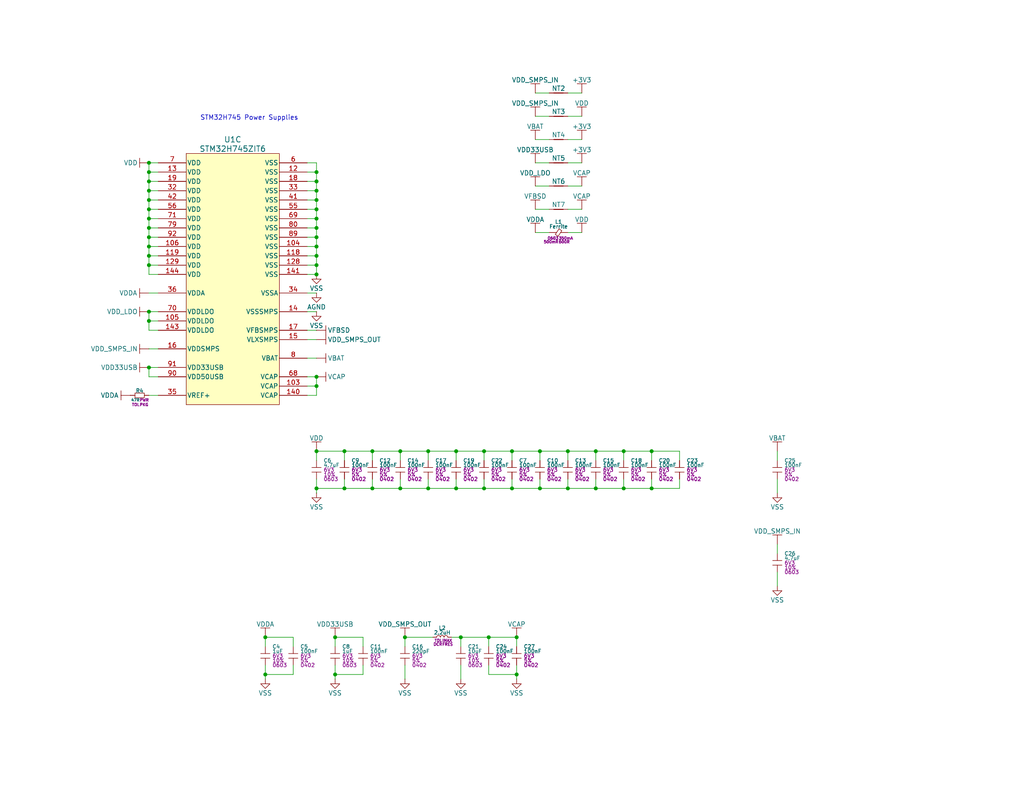
<source format=kicad_sch>
(kicad_sch (version 20250114) (generator "eeschema") (generator_version "9.0")
  (paper "USLetter")
  (title_block (title "STM32H745 Power Supplies") (date "2025-02-24") (rev "1") (comment 2 "PROTOTYPE") (comment 3 "2025"))
  (lib_symbols
    (symbol ".DS-Power:VBAT" (power) (pin_numbers (hide yes)) (pin_names (offset 0) (hide yes))
      (property "Value" "VBAT" (at 0 3.556 0))
      (symbol "VBAT_1_1"
        (pin power_in line (at 0 0 90) (length 0) (name "~") (number "1"))
      )
    )
    (symbol "DS-Passives:C" (pin_numbers (hide yes)) (pin_names (hide yes))
      (property "Reference" "C?" (at 1.905 2.54 0))
      (property "Value" "CAP" (at 1.905 1.27 0))
      (property "Tolerance" "TOL" (at 1.905 -1.27 0))
      (property "Voltage Rating" "VOLTAGE" (at 1.905 0 0))
      (property "Package" "PKG" (at 1.905 -2.54 0))
      (symbol "C_1_1"
        (pin passive line (at 0 2.54 270) (length 1.905) (name "") (number "1"))
        (pin passive line (at 0 -2.54 90) (length 1.905) (name "") (number "2"))
      )
    )
    (symbol "DS-Passives:Ferrite_horizontal" (pin_numbers (hide yes)) (pin_names (hide yes))
      (property "Reference" "L?" (at 0 2.921 0))
      (property "Value" "VAL" (at 0 1.651 0))
      (property "Package" "PKG" (at 0 -1.524 0))
      (property "Current Rating" "IMAX" (at 0 -1.524 0))
      (property "DC Resistance" "DCR" (at 0 -2.54 0))
      (property "Impedance" "IMP" (at 0 -2.54 0))
      (symbol "Ferrite_horizontal_1_0"
        (pin passive line (at -2.54 0 0) (length 1.9685) (name "") (number "1"))
        (pin passive line (at 2.54 0 180) (length 1.9685) (name "") (number "2"))
      )
    )
    (symbol "DS-Passives:L_horizontal" (pin_numbers (hide yes)) (pin_names (hide yes))
      (property "Reference" "L?" (at 0 2.54 0))
      (property "Value" "VAL" (at 0 1.27 0))
      (property "Tolerance" "TOL" (at 0 -0.889 0))
      (property "Current Rating" "IMAX" (at 0 -0.889 0))
      (property "DC Resistance" "DCR" (at 0 -1.905 0))
      (property "Resonant Frequency" "FRES" (at 0 -1.905 0))
      (symbol "L_horizontal_1_0"
        (pin passive line (at -2.54 0 0) (length 1.016) (name "") (number "1"))
        (pin passive line (at 2.54 0 180) (length 1.016) (name "") (number "2"))
      )
    )
    (symbol "DS-Passives:R_horizontal"
      (property "Reference" "R?" (at 0 1.27 0))
      (property "Value" "VAL" (at 0 -1.27 0))
      (property "Tolerance" "TOL" (at 0 -2.54 0))
      (property "Power Rating" "PWR" (at 0 -1.27 0))
      (property "Package" "PKG" (at 0 -2.54 0))
      (symbol "R_horizontal_1_1"
        (pin passive line (at -2.54 0 0) (length 1.27) (name "") (number "1"))
        (pin passive line (at 2.54 0 180) (length 1.27) (name "") (number "2"))
      )
    )
    (symbol "DS-Power:+3V3" (power) (pin_numbers (hide yes)) (pin_names (offset 0) (hide yes))
      (property "Value" "+3V3" (at 0 3.556 0))
      (symbol "+3V3_1_1"
        (pin power_in line (at 0 0 90) (length 0) (name "~") (number "1"))
      )
    )
    (symbol "DS-Power:AGND" (power) (pin_numbers (hide yes)) (pin_names (offset 0) (hide yes))
      (property "Value" "AGND" (at 0 -3.81 0))
      (symbol "AGND_1_1"
        (pin power_in line (at 0 0 270) (length 0) (name "~") (number "1"))
      )
    )
    (symbol "DS-Power:VBAT" (power) (pin_numbers (hide yes)) (pin_names (offset 0) (hide yes))
      (property "Value" "VBAT" (at 0 3.556 0))
      (symbol "VBAT_1_1"
        (pin power_in line (at 0 0 90) (length 0) (name "~") (number "1"))
      )
    )
    (symbol "DS-Power:VSS" (power) (pin_numbers (hide yes)) (pin_names (offset 0) (hide yes))
      (property "Value" "VSS" (at 0 -3.81 0))
      (symbol "VSS_1_1"
        (pin power_in line (at 0 0 270) (length 0) (name "~") (number "1"))
      )
    )
    (symbol "Device:NetTie_2" (pin_numbers (hide yes)) (pin_names (offset 0) (hide yes)) (in_bom no)
      (property "Reference" "NT" (at 0 1.27 0))
      (property "Value" "NetTie_2" (at 0 -1.27 0))
      (symbol "NetTie_2_1_1"
        (pin passive line (at -2.54 0 0) (length 2.54) (name "1") (number "1"))
        (pin passive line (at 2.54 0 180) (length 2.54) (name "2") (number "2"))
      )
    )
    (symbol "lib_pwr:VCAP" (power) (pin_numbers (hide yes)) (pin_names (offset 0) (hide yes))
      (property "Value" "VCAP" (at 0 3.556 0))
      (symbol "VCAP_1_1"
        (pin power_in line (at 0 0 90) (length 0) (name "~") (number "1"))
      )
    )
    (symbol "lib_pwr:VDD" (power) (pin_numbers (hide yes)) (pin_names (offset 0) (hide yes))
      (property "Value" "VDD" (at 0 3.556 0))
      (symbol "VDD_1_1"
        (pin power_in line (at 0 0 90) (length 0) (name "~") (number "1"))
      )
    )
    (symbol "lib_pwr:VDD33USB" (power) (pin_numbers (hide yes)) (pin_names (offset 0) (hide yes))
      (property "Value" "VDD33USB" (at 0 3.556 0))
      (symbol "VDD33USB_1_1"
        (pin power_in line (at 0 0 90) (length 0) (name "~") (number "1"))
      )
    )
    (symbol "lib_pwr:VDDA" (power) (pin_numbers (hide yes)) (pin_names (offset 0) (hide yes))
      (property "Value" "VDDA" (at 0 3.556 0))
      (symbol "VDDA_1_1"
        (pin power_in line (at 0 0 90) (length 0) (name "~") (number "1"))
      )
    )
    (symbol "lib_pwr:VDD_LDO" (power) (pin_numbers (hide yes)) (pin_names (offset 0) (hide yes))
      (property "Value" "VDD_LDO" (at 0 3.556 0))
      (symbol "VDD_LDO_1_1"
        (pin power_in line (at 0 0 90) (length 0) (name "~") (number "1"))
      )
    )
    (symbol "lib_pwr:VDD_SMPS_IN" (power) (pin_numbers (hide yes)) (pin_names (offset 0) (hide yes))
      (property "Value" "VDD_SMPS_IN" (at 0 3.556 0))
      (symbol "VDD_SMPS_IN_1_1"
        (pin power_in line (at 0 0 90) (length 0) (name "~") (number "1"))
      )
    )
    (symbol "lib_pwr:VDD_SMPS_OUT" (power) (pin_numbers (hide yes)) (pin_names (offset 0) (hide yes))
      (property "Value" "VDD_SMPS_OUT" (at 0 3.556 0))
      (symbol "VDD_SMPS_OUT_1_1"
        (pin power_in line (at 0 0 90) (length 0) (name "~") (number "1"))
      )
    )
    (symbol "lib_pwr:VFBSD" (power) (pin_numbers (hide yes)) (pin_names (offset 0) (hide yes))
      (property "Value" "VFBSD" (at 0 3.556 0))
      (symbol "VFBSD_1_1"
        (pin power_in line (at 0 0 90) (length 0) (name "~") (number "1"))
      )
    )
    (symbol "lib_sch:STM32H745ZIT6" (pin_names (offset 0.254))
      (property "Reference" "U" (at 0 63.5 0))
      (property "Value" "STM32H745ZIT6" (at -0.508 60.96 0))
      (symbol "STM32H745ZIT6_1_1"
        (pin bidirectional line (at -20.32 40.64 0) (length 7.62) (name "PA0") (number "37"))
        (pin bidirectional line (at -20.32 38.1 0) (length 7.62) (name "PA1") (number "38"))
        (pin bidirectional line (at -20.32 35.56 0) (length 7.62) (name "PA2") (number "39"))
        (pin bidirectional line (at -20.32 33.02 0) (length 7.62) (name "PA3") (number "40"))
        (pin bidirectional line (at -20.32 30.48 0) (length 7.62) (name "PA4") (number "43"))
        (pin bidirectional line (at -20.32 27.94 0) (length 7.62) (name "PA5") (number "44"))
        (pin bidirectional line (at -20.32 25.4 0) (length 7.62) (name "PA6") (number "45"))
        (pin bidirectional line (at -20.32 22.86 0) (length 7.62) (name "PA7") (number "46"))
        (pin bidirectional line (at -20.32 20.32 0) (length 7.62) (name "PA8") (number "97"))
        (pin bidirectional line (at -20.32 17.78 0) (length 7.62) (name "PA9") (number "98"))
        (pin bidirectional line (at -20.32 15.24 0) (length 7.62) (name "PA10") (number "99"))
        (pin bidirectional line (at -20.32 12.7 0) (length 7.62) (name "PA11") (number "100"))
        (pin bidirectional line (at -20.32 10.16 0) (length 7.62) (name "PA12") (number "101"))
        (pin bidirectional line (at -20.32 7.62 0) (length 7.62) (name "PA13") (number "102"))
        (pin bidirectional line (at -20.32 5.08 0) (length 7.62) (name "PA14") (number "107"))
        (pin bidirectional line (at -20.32 2.54 0) (length 7.62) (name "PA15") (number "108"))
        (pin bidirectional line (at -20.32 -2.54 0) (length 7.62) (name "PB0") (number "49"))
        (pin bidirectional line (at -20.32 -5.08 0) (length 7.62) (name "PB1") (number "50"))
        (pin bidirectional line (at -20.32 -7.62 0) (length 7.62) (name "PB2") (number "51"))
        (pin bidirectional line (at -20.32 -10.16 0) (length 7.62) (name "PB3") (number "130"))
        (pin bidirectional line (at -20.32 -12.7 0) (length 7.62) (name "PB4") (number "131"))
        (pin bidirectional line (at -20.32 -15.24 0) (length 7.62) (name "PB5") (number "132"))
        (pin bidirectional line (at -20.32 -17.78 0) (length 7.62) (name "PB6") (number "133"))
        (pin bidirectional line (at -20.32 -20.32 0) (length 7.62) (name "PB7") (number "134"))
        (pin bidirectional line (at -20.32 -22.86 0) (length 7.62) (name "PB8") (number "136"))
        (pin bidirectional line (at -20.32 -25.4 0) (length 7.62) (name "PB9") (number "137"))
        (pin bidirectional line (at -20.32 -27.94 0) (length 7.62) (name "PB10") (number "66"))
        (pin bidirectional line (at -20.32 -30.48 0) (length 7.62) (name "PB11") (number "67"))
        (pin bidirectional line (at -20.32 -33.02 0) (length 7.62) (name "PB12") (number "72"))
        (pin bidirectional line (at -20.32 -35.56 0) (length 7.62) (name "PB13") (number "73"))
        (pin bidirectional line (at -20.32 -38.1 0) (length 7.62) (name "PB14") (number "74"))
        (pin bidirectional line (at -20.32 -40.64 0) (length 7.62) (name "PB15") (number "75"))
        (pin bidirectional line (at 20.32 40.64 180) (length 7.62) (name "PC0") (number "28"))
        (pin bidirectional line (at 20.32 38.1 180) (length 7.62) (name "PC1") (number "29"))
        (pin bidirectional line (at 20.32 35.56 180) (length 7.62) (name "PC2_C") (number "30"))
        (pin bidirectional line (at 20.32 33.02 180) (length 7.62) (name "PC3_C") (number "31"))
        (pin bidirectional line (at 20.32 30.48 180) (length 7.62) (name "PC4") (number "47"))
        (pin bidirectional line (at 20.32 27.94 180) (length 7.62) (name "PC5") (number "48"))
        (pin bidirectional line (at 20.32 25.4 180) (length 7.62) (name "PC6") (number "93"))
        (pin bidirectional line (at 20.32 22.86 180) (length 7.62) (name "PC7") (number "94"))
        (pin bidirectional line (at 20.32 20.32 180) (length 7.62) (name "PC8") (number "95"))
        (pin bidirectional line (at 20.32 17.78 180) (length 7.62) (name "PC9") (number "96"))
        (pin bidirectional line (at 20.32 15.24 180) (length 7.62) (name "PC10") (number "109"))
        (pin bidirectional line (at 20.32 12.7 180) (length 7.62) (name "PC11") (number "110"))
        (pin bidirectional line (at 20.32 10.16 180) (length 7.62) (name "PC12") (number "111"))
        (pin bidirectional line (at 20.32 7.62 180) (length 7.62) (name "PC13") (number "9"))
        (pin bidirectional line (at 20.32 5.08 180) (length 7.62) (name "PC14-OSC32_IN") (number "10"))
        (pin bidirectional line (at 20.32 2.54 180) (length 7.62) (name "PC15-OSC32_OUT") (number "11"))
        (pin bidirectional line (at 20.32 -2.54 180) (length 7.62) (name "PD0") (number "112"))
        (pin bidirectional line (at 20.32 -5.08 180) (length 7.62) (name "PD1") (number "113"))
        (pin bidirectional line (at 20.32 -7.62 180) (length 7.62) (name "PD2") (number "114"))
        (pin bidirectional line (at 20.32 -10.16 180) (length 7.62) (name "PD3") (number "115"))
        (pin bidirectional line (at 20.32 -12.7 180) (length 7.62) (name "PD4") (number "116"))
        (pin bidirectional line (at 20.32 -15.24 180) (length 7.62) (name "PD5") (number "117"))
        (pin bidirectional line (at 20.32 -17.78 180) (length 7.62) (name "PD6") (number "120"))
        (pin bidirectional line (at 20.32 -20.32 180) (length 7.62) (name "PD7") (number "121"))
        (pin bidirectional line (at 20.32 -22.86 180) (length 7.62) (name "PD8") (number "76"))
        (pin bidirectional line (at 20.32 -25.4 180) (length 7.62) (name "PD9") (number "77"))
        (pin bidirectional line (at 20.32 -27.94 180) (length 7.62) (name "PD10") (number "78"))
        (pin bidirectional line (at 20.32 -30.48 180) (length 7.62) (name "PD11") (number "81"))
        (pin bidirectional line (at 20.32 -33.02 180) (length 7.62) (name "PD12") (number "82"))
        (pin bidirectional line (at 20.32 -35.56 180) (length 7.62) (name "PD13") (number "83"))
        (pin bidirectional line (at 20.32 -38.1 180) (length 7.62) (name "PD14") (number "84"))
        (pin bidirectional line (at 20.32 -40.64 180) (length 7.62) (name "PD15") (number "85"))
      )
      (symbol "STM32H745ZIT6_2_1"
        (pin bidirectional line (at -20.32 30.48 0) (length 7.62) (name "PE0") (number "138"))
        (pin bidirectional line (at -20.32 27.94 0) (length 7.62) (name "PE1") (number "139"))
        (pin bidirectional line (at -20.32 25.4 0) (length 7.62) (name "PE2") (number "1"))
        (pin bidirectional line (at -20.32 22.86 0) (length 7.62) (name "PE3") (number "2"))
        (pin bidirectional line (at -20.32 20.32 0) (length 7.62) (name "PE4") (number "3"))
        (pin bidirectional line (at -20.32 17.78 0) (length 7.62) (name "PE5") (number "4"))
        (pin bidirectional line (at -20.32 15.24 0) (length 7.62) (name "PE6") (number "5"))
        (pin bidirectional line (at -20.32 12.7 0) (length 7.62) (name "PE7") (number "57"))
        (pin bidirectional line (at -20.32 10.16 0) (length 7.62) (name "PE8") (number "58"))
        (pin bidirectional line (at -20.32 7.62 0) (length 7.62) (name "PE9") (number "59"))
        (pin bidirectional line (at -20.32 5.08 0) (length 7.62) (name "PE10") (number "60"))
        (pin bidirectional line (at -20.32 2.54 0) (length 7.62) (name "PE11") (number "61"))
        (pin bidirectional line (at -20.32 0 0) (length 7.62) (name "PE12") (number "62"))
        (pin bidirectional line (at -20.32 -2.54 0) (length 7.62) (name "PE13") (number "63"))
        (pin bidirectional line (at -20.32 -5.08 0) (length 7.62) (name "PE14") (number "64"))
        (pin bidirectional line (at -20.32 -7.62 0) (length 7.62) (name "PE15") (number "65"))
        (pin bidirectional line (at -20.32 -12.7 0) (length 7.62) (name "PF6") (number "20"))
        (pin bidirectional line (at -20.32 -15.24 0) (length 7.62) (name "PF7") (number "21"))
        (pin bidirectional line (at -20.32 -17.78 0) (length 7.62) (name "PF8") (number "22"))
        (pin bidirectional line (at -20.32 -20.32 0) (length 7.62) (name "PF9") (number "23"))
        (pin bidirectional line (at -20.32 -22.86 0) (length 7.62) (name "PF10") (number "24"))
        (pin bidirectional line (at -20.32 -25.4 0) (length 7.62) (name "PF11") (number "52"))
        (pin bidirectional line (at -20.32 -27.94 0) (length 7.62) (name "PF14") (number "53"))
        (pin bidirectional line (at -20.32 -30.48 0) (length 7.62) (name "PF15") (number "54"))
        (pin bidirectional line (at 20.32 30.48 180) (length 7.62) (name "PG6") (number "86"))
        (pin bidirectional line (at 20.32 27.94 180) (length 7.62) (name "PG7") (number "87"))
        (pin bidirectional line (at 20.32 25.4 180) (length 7.62) (name "PG8") (number "88"))
        (pin bidirectional line (at 20.32 22.86 180) (length 7.62) (name "PG9") (number "122"))
        (pin bidirectional line (at 20.32 20.32 180) (length 7.62) (name "PG10") (number "123"))
        (pin bidirectional line (at 20.32 17.78 180) (length 7.62) (name "PG11") (number "124"))
        (pin bidirectional line (at 20.32 15.24 180) (length 7.62) (name "PG12") (number "125"))
        (pin bidirectional line (at 20.32 12.7 180) (length 7.62) (name "PG13") (number "126"))
        (pin bidirectional line (at 20.32 10.16 180) (length 7.62) (name "PG14") (number "127"))
        (pin bidirectional line (at 20.32 5.08 180) (length 7.62) (name "PH0-OSC_IN") (number "25"))
        (pin bidirectional line (at 20.32 2.54 180) (length 7.62) (name "PH1-OSC_OUT") (number "26"))
        (pin bidirectional line (at 20.32 -20.32 180) (length 7.62) (name "NRST") (number "27"))
        (pin input line (at 20.32 -25.4 180) (length 7.62) (name "BOOT0") (number "135"))
        (pin bidirectional line (at 20.32 -30.48 180) (length 7.62) (name "PDR_ON") (number "142"))
      )
      (symbol "STM32H745ZIT6_3_1"
        (pin power_in line (at -20.32 31.75 0) (length 7.62) (name "VDD") (number "7"))
        (pin power_in line (at -20.32 29.21 0) (length 7.62) (name "VDD") (number "13"))
        (pin power_in line (at -20.32 26.67 0) (length 7.62) (name "VDD") (number "19"))
        (pin power_in line (at -20.32 24.13 0) (length 7.62) (name "VDD") (number "32"))
        (pin power_in line (at -20.32 21.59 0) (length 7.62) (name "VDD") (number "42"))
        (pin power_in line (at -20.32 19.05 0) (length 7.62) (name "VDD") (number "56"))
        (pin power_in line (at -20.32 16.51 0) (length 7.62) (name "VDD") (number "71"))
        (pin power_in line (at -20.32 13.97 0) (length 7.62) (name "VDD") (number "79"))
        (pin power_in line (at -20.32 11.43 0) (length 7.62) (name "VDD") (number "92"))
        (pin power_in line (at -20.32 8.89 0) (length 7.62) (name "VDD") (number "106"))
        (pin power_in line (at -20.32 6.35 0) (length 7.62) (name "VDD") (number "119"))
        (pin power_in line (at -20.32 3.81 0) (length 7.62) (name "VDD") (number "129"))
        (pin power_in line (at -20.32 1.27 0) (length 7.62) (name "VDD") (number "144"))
        (pin power_in line (at -20.32 -3.81 0) (length 7.62) (name "VDDA") (number "36"))
        (pin power_in line (at -20.32 -8.89 0) (length 7.62) (name "VDDLDO") (number "70"))
        (pin power_in line (at -20.32 -11.43 0) (length 7.62) (name "VDDLDO") (number "105"))
        (pin power_in line (at -20.32 -13.97 0) (length 7.62) (name "VDDLDO") (number "143"))
        (pin power_in line (at -20.32 -19.05 0) (length 7.62) (name "VDDSMPS") (number "16"))
        (pin power_in line (at -20.32 -24.13 0) (length 7.62) (name "VDD33USB") (number "91"))
        (pin power_in line (at -20.32 -26.67 0) (length 7.62) (name "VDD50USB") (number "90"))
        (pin power_in line (at -20.32 -31.75 0) (length 7.62) (name "VREF+") (number "35"))
        (pin power_in line (at 20.32 31.75 180) (length 7.62) (name "VSS") (number "6"))
        (pin power_in line (at 20.32 29.21 180) (length 7.62) (name "VSS") (number "12"))
        (pin power_in line (at 20.32 26.67 180) (length 7.62) (name "VSS") (number "18"))
        (pin power_in line (at 20.32 24.13 180) (length 7.62) (name "VSS") (number "33"))
        (pin power_in line (at 20.32 21.59 180) (length 7.62) (name "VSS") (number "41"))
        (pin power_in line (at 20.32 19.05 180) (length 7.62) (name "VSS") (number "55"))
        (pin power_in line (at 20.32 16.51 180) (length 7.62) (name "VSS") (number "69"))
        (pin power_in line (at 20.32 13.97 180) (length 7.62) (name "VSS") (number "80"))
        (pin power_in line (at 20.32 11.43 180) (length 7.62) (name "VSS") (number "89"))
        (pin power_in line (at 20.32 8.89 180) (length 7.62) (name "VSS") (number "104"))
        (pin power_in line (at 20.32 6.35 180) (length 7.62) (name "VSS") (number "118"))
        (pin power_in line (at 20.32 3.81 180) (length 7.62) (name "VSS") (number "128"))
        (pin power_in line (at 20.32 1.27 180) (length 7.62) (name "VSS") (number "141"))
        (pin power_in line (at 20.32 -3.81 180) (length 7.62) (name "VSSA") (number "34"))
        (pin power_in line (at 20.32 -8.89 180) (length 7.62) (name "VSSSMPS") (number "14"))
        (pin power_in line (at 20.32 -13.97 180) (length 7.62) (name "VFBSMPS") (number "17"))
        (pin power_in line (at 20.32 -16.51 180) (length 7.62) (name "VLXSMPS") (number "15"))
        (pin power_in line (at 20.32 -21.59 180) (length 7.62) (name "VBAT") (number "8"))
        (pin power_in line (at 20.32 -26.67 180) (length 7.62) (name "VCAP") (number "68"))
        (pin power_in line (at 20.32 -29.21 180) (length 7.62) (name "VCAP") (number "103"))
        (pin power_in line (at 20.32 -31.75 180) (length 7.62) (name "VCAP") (number "140"))
      )
    )
  )
  (text "STM32H745 Power Supplies" (at 54.61 33.02 0) (effects (font (size 1.27 1.27)) (justify left bottom)))
  (junction (at 124.46 123.19))
  (junction (at 154.94 123.19))
  (junction (at 93.98 133.35))
  (junction (at 147.32 133.35))
  (junction (at 40.64 100.33))
  (junction (at 93.98 123.19))
  (junction (at 101.6 133.35))
  (junction (at 40.64 46.99))
  (junction (at 116.84 123.19))
  (junction (at 132.08 133.35))
  (junction (at 109.22 133.35))
  (junction (at 133.35 173.99))
  (junction (at 40.64 67.31))
  (junction (at 124.46 133.35))
  (junction (at 139.7 133.35))
  (junction (at 86.36 105.41))
  (junction (at 116.84 133.35))
  (junction (at 40.64 54.61))
  (junction (at 162.56 133.35))
  (junction (at 86.36 54.61))
  (junction (at 91.44 184.15))
  (junction (at 86.36 52.07))
  (junction (at 86.36 133.35))
  (junction (at 132.08 123.19))
  (junction (at 40.64 49.53))
  (junction (at 91.44 173.99))
  (junction (at 86.36 67.31))
  (junction (at 154.94 133.35))
  (junction (at 86.36 74.93))
  (junction (at 170.18 123.19))
  (junction (at 177.8 123.19))
  (junction (at 139.7 123.19))
  (junction (at 40.64 69.85))
  (junction (at 86.36 123.19))
  (junction (at 101.6 123.19))
  (junction (at 109.22 123.19))
  (junction (at 72.39 184.15))
  (junction (at 86.36 69.85))
  (junction (at 86.36 102.87))
  (junction (at 147.32 123.19))
  (junction (at 86.36 64.77))
  (junction (at 40.64 85.09))
  (junction (at 40.64 57.15))
  (junction (at 40.64 44.45))
  (junction (at 125.73 173.99))
  (junction (at 40.64 64.77))
  (junction (at 40.64 72.39))
  (junction (at 40.64 62.23))
  (junction (at 162.56 123.19))
  (junction (at 86.36 46.99))
  (junction (at 72.39 173.99))
  (junction (at 86.36 59.69))
  (junction (at 86.36 62.23))
  (junction (at 110.49 173.99))
  (junction (at 177.8 133.35))
  (junction (at 170.18 133.35))
  (junction (at 40.64 52.07))
  (junction (at 86.36 72.39))
  (junction (at 40.64 87.63))
  (junction (at 140.97 173.99))
  (junction (at 40.64 59.69))
  (junction (at 140.97 184.15))
  (junction (at 86.36 49.53))
  (junction (at 86.36 57.15))
  (wire (pts (xy 116.84 123.19) (xy 124.46 123.19)))
  (wire (pts (xy 133.35 181.61) (xy 133.35 184.15)))
  (wire (pts (xy 40.64 46.99) (xy 40.64 44.45)))
  (wire (pts (xy 40.64 72.39) (xy 40.64 74.93)))
  (wire (pts (xy 80.01 181.61) (xy 80.01 184.15)))
  (wire (pts (xy 124.46 130.81) (xy 124.46 133.35)))
  (wire (pts (xy 40.64 64.77) (xy 43.18 64.77)))
  (wire (pts (xy 177.8 130.81) (xy 177.8 133.35)))
  (wire (pts (xy 86.36 72.39) (xy 86.36 74.93)))
  (wire (pts (xy 154.94 130.81) (xy 154.94 133.35)))
  (wire (pts (xy 133.35 184.15) (xy 140.97 184.15)))
  (wire (pts (xy 40.64 62.23) (xy 40.64 59.69)))
  (wire (pts (xy 170.18 133.35) (xy 162.56 133.35)))
  (wire (pts (xy 40.64 54.61) (xy 40.64 52.07)))
  (wire (pts (xy 146.05 31.75) (xy 149.86 31.75)))
  (wire (pts (xy 40.64 69.85) (xy 43.18 69.85)))
  (wire (pts (xy 124.46 123.19) (xy 132.08 123.19)))
  (wire (pts (xy 40.64 80.01) (xy 43.18 80.01)))
  (wire (pts (xy 86.36 57.15) (xy 86.36 59.69)))
  (wire (pts (xy 40.64 69.85) (xy 40.64 67.31)))
  (wire (pts (xy 43.18 54.61) (xy 40.64 54.61)))
  (wire (pts (xy 133.35 173.99) (xy 133.35 176.53)))
  (wire (pts (xy 83.82 105.41) (xy 86.36 105.41)))
  (wire (pts (xy 72.39 184.15) (xy 72.39 181.61)))
  (wire (pts (xy 72.39 173.99) (xy 72.39 176.53)))
  (wire (pts (xy 86.36 67.31) (xy 86.36 69.85)))
  (wire (pts (xy 109.22 130.81) (xy 109.22 133.35)))
  (wire (pts (xy 40.64 59.69) (xy 40.64 57.15)))
  (wire (pts (xy 147.32 133.35) (xy 139.7 133.35)))
  (wire (pts (xy 154.94 50.8) (xy 158.75 50.8)))
  (wire (pts (xy 109.22 125.73) (xy 109.22 123.19)))
  (wire (pts (xy 147.32 130.81) (xy 147.32 133.35)))
  (wire (pts (xy 146.05 57.15) (xy 149.86 57.15)))
  (wire (pts (xy 99.06 176.53) (xy 99.06 173.99)))
  (wire (pts (xy 185.42 125.73) (xy 185.42 123.19)))
  (wire (pts (xy 185.42 130.81) (xy 185.42 133.35)))
  (wire (pts (xy 91.44 185.42) (xy 91.44 184.15)))
  (wire (pts (xy 91.44 184.15) (xy 91.44 181.61)))
  (wire (pts (xy 212.09 130.81) (xy 212.09 134.62)))
  (wire (pts (xy 83.82 85.09) (xy 86.36 85.09)))
  (wire (pts (xy 86.36 62.23) (xy 86.36 64.77)))
  (wire (pts (xy 139.7 123.19) (xy 147.32 123.19)))
  (wire (pts (xy 154.94 125.73) (xy 154.94 123.19)))
  (wire (pts (xy 86.36 133.35) (xy 86.36 134.62)))
  (wire (pts (xy 86.36 105.41) (xy 86.36 102.87)))
  (wire (pts (xy 83.82 67.31) (xy 86.36 67.31)))
  (wire (pts (xy 147.32 123.19) (xy 154.94 123.19)))
  (wire (pts (xy 83.82 62.23) (xy 86.36 62.23)))
  (wire (pts (xy 149.86 44.45) (xy 146.05 44.45)))
  (wire (pts (xy 154.94 63.5) (xy 158.75 63.5)))
  (wire (pts (xy 86.36 102.87) (xy 83.82 102.87)))
  (wire (pts (xy 43.18 90.17) (xy 40.64 90.17)))
  (wire (pts (xy 72.39 185.42) (xy 72.39 184.15)))
  (wire (pts (xy 80.01 184.15) (xy 72.39 184.15)))
  (wire (pts (xy 123.19 173.99) (xy 125.73 173.99)))
  (wire (pts (xy 40.64 49.53) (xy 40.64 46.99)))
  (wire (pts (xy 177.8 125.73) (xy 177.8 123.19)))
  (wire (pts (xy 40.64 85.09) (xy 43.18 85.09)))
  (wire (pts (xy 124.46 125.73) (xy 124.46 123.19)))
  (wire (pts (xy 154.94 57.15) (xy 158.75 57.15)))
  (wire (pts (xy 132.08 130.81) (xy 132.08 133.35)))
  (wire (pts (xy 83.82 44.45) (xy 86.36 44.45)))
  (wire (pts (xy 83.82 92.71) (xy 86.36 92.71)))
  (wire (pts (xy 162.56 123.19) (xy 170.18 123.19)))
  (wire (pts (xy 43.18 87.63) (xy 40.64 87.63)))
  (wire (pts (xy 86.36 46.99) (xy 86.36 49.53)))
  (wire (pts (xy 146.05 38.1) (xy 149.86 38.1)))
  (wire (pts (xy 132.08 133.35) (xy 124.46 133.35)))
  (wire (pts (xy 132.08 133.35) (xy 139.7 133.35)))
  (wire (pts (xy 212.09 148.59) (xy 212.09 151.13)))
  (wire (pts (xy 154.94 31.75) (xy 158.75 31.75)))
  (wire (pts (xy 109.22 133.35) (xy 101.6 133.35)))
  (wire (pts (xy 93.98 133.35) (xy 86.36 133.35)))
  (wire (pts (xy 83.82 54.61) (xy 86.36 54.61)))
  (wire (pts (xy 99.06 173.99) (xy 91.44 173.99)))
  (wire (pts (xy 86.36 107.95) (xy 86.36 105.41)))
  (wire (pts (xy 110.49 173.99) (xy 118.11 173.99)))
  (wire (pts (xy 133.35 173.99) (xy 140.97 173.99)))
  (wire (pts (xy 43.18 72.39) (xy 40.64 72.39)))
  (wire (pts (xy 43.18 46.99) (xy 40.64 46.99)))
  (wire (pts (xy 40.64 57.15) (xy 43.18 57.15)))
  (wire (pts (xy 83.82 72.39) (xy 86.36 72.39)))
  (wire (pts (xy 40.64 90.17) (xy 40.64 87.63)))
  (wire (pts (xy 40.64 62.23) (xy 43.18 62.23)))
  (wire (pts (xy 101.6 125.73) (xy 101.6 123.19)))
  (wire (pts (xy 40.64 87.63) (xy 40.64 85.09)))
  (wire (pts (xy 40.64 100.33) (xy 40.64 102.87)))
  (wire (pts (xy 110.49 181.61) (xy 110.49 185.42)))
  (wire (pts (xy 154.94 25.4) (xy 158.75 25.4)))
  (wire (pts (xy 99.06 181.61) (xy 99.06 184.15)))
  (wire (pts (xy 109.22 123.19) (xy 116.84 123.19)))
  (wire (pts (xy 86.36 44.45) (xy 86.36 46.99)))
  (wire (pts (xy 83.82 97.79) (xy 86.36 97.79)))
  (wire (pts (xy 40.64 57.15) (xy 40.64 54.61)))
  (wire (pts (xy 40.64 95.25) (xy 43.18 95.25)))
  (wire (pts (xy 86.36 130.81) (xy 86.36 133.35)))
  (wire (pts (xy 170.18 123.19) (xy 177.8 123.19)))
  (wire (pts (xy 101.6 123.19) (xy 109.22 123.19)))
  (wire (pts (xy 110.49 173.99) (xy 110.49 176.53)))
  (wire (pts (xy 154.94 133.35) (xy 147.32 133.35)))
  (wire (pts (xy 170.18 125.73) (xy 170.18 123.19)))
  (wire (pts (xy 140.97 184.15) (xy 140.97 185.42)))
  (wire (pts (xy 162.56 130.81) (xy 162.56 133.35)))
  (wire (pts (xy 158.75 44.45) (xy 154.94 44.45)))
  (wire (pts (xy 140.97 181.61) (xy 140.97 184.15)))
  (wire (pts (xy 83.82 107.95) (xy 86.36 107.95)))
  (wire (pts (xy 83.82 59.69) (xy 86.36 59.69)))
  (wire (pts (xy 125.73 181.61) (xy 125.73 185.42)))
  (wire (pts (xy 146.05 25.4) (xy 149.86 25.4)))
  (wire (pts (xy 43.18 74.93) (xy 40.64 74.93)))
  (wire (pts (xy 86.36 90.17) (xy 83.82 90.17)))
  (wire (pts (xy 40.64 52.07) (xy 40.64 49.53)))
  (wire (pts (xy 139.7 125.73) (xy 139.7 123.19)))
  (wire (pts (xy 83.82 74.93) (xy 86.36 74.93)))
  (wire (pts (xy 83.82 64.77) (xy 86.36 64.77)))
  (wire (pts (xy 40.64 69.85) (xy 40.64 72.39)))
  (wire (pts (xy 40.64 64.77) (xy 40.64 62.23)))
  (wire (pts (xy 40.64 107.95) (xy 43.18 107.95)))
  (wire (pts (xy 170.18 130.81) (xy 170.18 133.35)))
  (wire (pts (xy 83.82 52.07) (xy 86.36 52.07)))
  (wire (pts (xy 86.36 123.19) (xy 93.98 123.19)))
  (wire (pts (xy 80.01 173.99) (xy 72.39 173.99)))
  (wire (pts (xy 177.8 133.35) (xy 170.18 133.35)))
  (wire (pts (xy 40.64 100.33) (xy 43.18 100.33)))
  (wire (pts (xy 86.36 52.07) (xy 86.36 54.61)))
  (wire (pts (xy 43.18 52.07) (xy 40.64 52.07)))
  (wire (pts (xy 86.36 123.19) (xy 86.36 125.73)))
  (wire (pts (xy 212.09 156.21) (xy 212.09 160.02)))
  (wire (pts (xy 83.82 46.99) (xy 86.36 46.99)))
  (wire (pts (xy 91.44 173.99) (xy 91.44 176.53)))
  (wire (pts (xy 86.36 49.53) (xy 86.36 52.07)))
  (wire (pts (xy 43.18 49.53) (xy 40.64 49.53)))
  (wire (pts (xy 86.36 54.61) (xy 86.36 57.15)))
  (wire (pts (xy 116.84 130.81) (xy 116.84 133.35)))
  (wire (pts (xy 83.82 49.53) (xy 86.36 49.53)))
  (wire (pts (xy 147.32 125.73) (xy 147.32 123.19)))
  (wire (pts (xy 212.09 123.19) (xy 212.09 125.73)))
  (wire (pts (xy 99.06 184.15) (xy 91.44 184.15)))
  (wire (pts (xy 124.46 133.35) (xy 116.84 133.35)))
  (wire (pts (xy 86.36 64.77) (xy 86.36 67.31)))
  (wire (pts (xy 154.94 123.19) (xy 162.56 123.19)))
  (wire (pts (xy 93.98 123.19) (xy 101.6 123.19)))
  (wire (pts (xy 146.05 63.5) (xy 149.86 63.5)))
  (wire (pts (xy 132.08 125.73) (xy 132.08 123.19)))
  (wire (pts (xy 101.6 133.35) (xy 93.98 133.35)))
  (wire (pts (xy 40.64 59.69) (xy 43.18 59.69)))
  (wire (pts (xy 132.08 123.19) (xy 139.7 123.19)))
  (wire (pts (xy 86.36 59.69) (xy 86.36 62.23)))
  (wire (pts (xy 83.82 80.01) (xy 86.36 80.01)))
  (wire (pts (xy 146.05 50.8) (xy 149.86 50.8)))
  (wire (pts (xy 116.84 125.73) (xy 116.84 123.19)))
  (wire (pts (xy 93.98 130.81) (xy 93.98 133.35)))
  (wire (pts (xy 125.73 173.99) (xy 125.73 176.53)))
  (wire (pts (xy 93.98 125.73) (xy 93.98 123.19)))
  (wire (pts (xy 83.82 69.85) (xy 86.36 69.85)))
  (wire (pts (xy 40.64 44.45) (xy 43.18 44.45)))
  (wire (pts (xy 86.36 69.85) (xy 86.36 72.39)))
  (wire (pts (xy 140.97 173.99) (xy 140.97 176.53)))
  (wire (pts (xy 162.56 133.35) (xy 154.94 133.35)))
  (wire (pts (xy 116.84 133.35) (xy 109.22 133.35)))
  (wire (pts (xy 125.73 173.99) (xy 133.35 173.99)))
  (wire (pts (xy 139.7 130.81) (xy 139.7 133.35)))
  (wire (pts (xy 40.64 67.31) (xy 43.18 67.31)))
  (wire (pts (xy 83.82 57.15) (xy 86.36 57.15)))
  (wire (pts (xy 80.01 176.53) (xy 80.01 173.99)))
  (wire (pts (xy 101.6 130.81) (xy 101.6 133.35)))
  (wire (pts (xy 162.56 125.73) (xy 162.56 123.19)))
  (wire (pts (xy 154.94 38.1) (xy 158.75 38.1)))
  (wire (pts (xy 40.64 67.31) (xy 40.64 64.77)))
  (wire (pts (xy 177.8 123.19) (xy 185.42 123.19)))
  (wire (pts (xy 40.64 102.87) (xy 43.18 102.87)))
  (wire (pts (xy 185.42 133.35) (xy 177.8 133.35)))
  (symbol (lib_id "lib_sch:STM32H745ZIT6") (at 63.5 76.2 0) (unit 3)
    (property "Reference" "U1" (at 63.5 38.1 0) (effects (font (size 1.524 1.524))))
    (property "Value" "STM32H745ZIT6" (at 63.5 40.64 0) (effects (font (size 1.524 1.524))))
    (property "Footprint" "LQFP-144" (effects (hide yes)))
    (property "Datasheet" "STM32H745ZIT6" (effects (hide yes)))
  )
  (symbol (lib_id "DS-Passives:C") (at 133.35 179.07 0) (unit 1)
    (property "Reference" "C24" (at 135.255 176.53 0) (effects (font (size 1.016 1.016)) (justify left)))
    (property "Value" "100nF" (at 135.255 177.8 0) (effects (font (size 1.016 1.016)) (justify left)))
    (property "Description" "Ceramic capacitor symbol" (effects (hide yes)))
    (property "Tolerance" "5%" (at 135.255 180.34 0) (effects (font (size 1.016 1.016)) (justify left)))
    (property "Voltage Rating" "6V3" (at 135.255 179.07 0) (effects (font (size 1.016 1.016)) (justify left)))
    (property "Package" "0402" (at 135.255 181.61 0) (effects (font (size 1.016 1.016)) (justify left)))
  )
  (symbol (lib_id "lib_pwr:VFBSD") (at 86.36 90.17 270) (unit 1)
    (property "Reference" "#PWR044" (effects (hide yes)))
    (property "Value" "VFBSD" (at 89.408 90.17 90) (effects (justify left)))
  )
  (symbol (lib_id "Device:NetTie_2") (at 152.4 57.15 0) (unit 1) (in_bom no)
    (property "Reference" "NT7" (at 152.4 55.88 0))
    (property "Value" "NetTie_2" (effects (hide yes)))
    (property "Description" "Net tie, 2 pins" (effects (hide yes)))
  )
  (symbol (lib_id "lib_pwr:VDD_SMPS_IN") (at 146.05 31.75 0) (unit 1)
    (property "Reference" "#PWR07" (effects (hide yes)))
    (property "Value" "VDD_SMPS_IN" (at 146.05 28.194 0))
  )
  (symbol (lib_id "lib_pwr:VDD_SMPS_IN") (at 212.09 148.59 0) (unit 1)
    (property "Reference" "#PWR050" (effects (hide yes)))
    (property "Value" "VDD_SMPS_IN" (at 212.09 145.034 0))
  )
  (symbol (lib_id "Device:NetTie_2") (at 152.4 31.75 0) (unit 1) (in_bom no)
    (property "Reference" "NT3" (at 152.4 30.48 0))
    (property "Value" "NetTie_2" (effects (hide yes)))
    (property "Description" "Net tie, 2 pins" (effects (hide yes)))
  )
  (symbol (lib_id "DS-Power:VSS") (at 72.39 185.42 0) (unit 1)
    (property "Reference" "#PWR014" (effects (hide yes)))
    (property "Value" "VSS" (at 72.39 189.23 0))
  )
  (symbol (lib_id "lib_pwr:VDD_SMPS_OUT") (at 110.49 173.99 0) (unit 1)
    (property "Reference" "#PWR038" (effects (hide yes)))
    (property "Value" "VDD_SMPS_OUT" (at 110.49 170.434 0))
  )
  (symbol (lib_id "DS-Power:VSS") (at 91.44 185.42 0) (unit 1)
    (property "Reference" "#PWR037" (effects (hide yes)))
    (property "Value" "VSS" (at 91.44 189.23 0))
  )
  (symbol (lib_id "lib_pwr:VCAP") (at 140.97 173.99 0) (unit 1)
    (property "Reference" "#PWR052" (effects (hide yes)))
    (property "Value" "VCAP" (at 140.97 170.434 0))
  )
  (symbol (lib_id "lib_pwr:VDDA") (at 40.64 80.01 90) (unit 1)
    (property "Reference" "#PWR028" (effects (hide yes)))
    (property "Value" "VDDA" (at 37.465 80.01 90) (effects (justify left)))
  )
  (symbol (lib_id "lib_pwr:VDDA") (at 35.56 107.95 90) (unit 1)
    (property "Reference" "#PWR015" (effects (hide yes)))
    (property "Value" "VDDA" (at 32.385 107.95 90) (effects (justify left)))
  )
  (symbol (lib_id "lib_pwr:VDD_LDO") (at 146.05 50.8 0) (unit 1)
    (property "Reference" "#PWR010" (effects (hide yes)))
    (property "Value" "VDD_LDO" (at 146.05 47.244 0))
  )
  (symbol (lib_id "DS-Power:VSS") (at 86.36 74.93 0) (unit 1)
    (property "Reference" "#PWR041" (effects (hide yes)))
    (property "Value" "VSS" (at 86.36 78.74 0))
  )
  (symbol (lib_id "lib_pwr:VDD33USB") (at 146.05 44.45 0) (unit 1)
    (property "Reference" "#PWR09" (effects (hide yes)))
    (property "Value" "VDD33USB" (at 146.05 40.894 0))
  )
  (symbol (lib_id "lib_pwr:VDD_SMPS_IN") (at 40.64 95.25 90) (unit 1)
    (property "Reference" "#PWR030" (effects (hide yes)))
    (property "Value" "VDD_SMPS_IN" (at 37.592 95.25 90) (effects (justify left)))
  )
  (symbol (lib_id "DS-Power:VSS") (at 86.36 134.62 0) (unit 1)
    (property "Reference" "#PWR033" (effects (hide yes)))
    (property "Value" "VSS" (at 86.36 138.43 0))
  )
  (symbol (lib_id "DS-Power:+3V3") (at 158.75 38.1 0) (unit 1)
    (property "Reference" "#PWR018" (effects (hide yes)))
    (property "Value" "+3V3" (at 158.75 34.544 0))
  )
  (symbol (lib_id "DS-Passives:C") (at 140.97 179.07 0) (unit 1)
    (property "Reference" "C27" (at 142.875 176.53 0) (effects (font (size 1.016 1.016)) (justify left)))
    (property "Value" "100nF" (at 142.875 177.8 0) (effects (font (size 1.016 1.016)) (justify left)))
    (property "Description" "Ceramic capacitor symbol" (effects (hide yes)))
    (property "Tolerance" "5%" (at 142.875 180.34 0) (effects (font (size 1.016 1.016)) (justify left)))
    (property "Voltage Rating" "6V3" (at 142.875 179.07 0) (effects (font (size 1.016 1.016)) (justify left)))
    (property "Package" "0402" (at 142.875 181.61 0) (effects (font (size 1.016 1.016)) (justify left)))
  )
  (symbol (lib_id "DS-Passives:C") (at 147.32 128.27 0) (unit 1)
    (property "Reference" "C10" (at 149.225 125.73 0) (effects (font (size 1.016 1.016)) (justify left)))
    (property "Value" "100nF" (at 149.225 127 0) (effects (font (size 1.016 1.016)) (justify left)))
    (property "Description" "Ceramic capacitor symbol" (effects (hide yes)))
    (property "Tolerance" "5%" (at 149.225 129.54 0) (effects (font (size 1.016 1.016)) (justify left)))
    (property "Voltage Rating" "6V3" (at 149.225 128.27 0) (effects (font (size 1.016 1.016)) (justify left)))
    (property "Package" "0402" (at 149.225 130.81 0) (effects (font (size 1.016 1.016)) (justify left)))
  )
  (symbol (lib_id "lib_pwr:VDDA") (at 72.39 173.99 0) (unit 1)
    (property "Reference" "#PWR013" (effects (hide yes)))
    (property "Value" "VDDA" (at 72.39 170.434 0))
  )
  (symbol (lib_id "DS-Passives:C") (at 212.09 153.67 0) (unit 1)
    (property "Reference" "C26" (at 213.995 151.13 0) (effects (font (size 1.016 1.016)) (justify left)))
    (property "Value" "4.7uF" (at 213.995 152.4 0) (effects (font (size 1.016 1.016)) (justify left)))
    (property "Description" "Ceramic capacitor symbol" (effects (hide yes)))
    (property "Tolerance" "10%" (at 213.995 154.94 0) (effects (font (size 1.016 1.016)) (justify left)))
    (property "Voltage Rating" "6V3" (at 213.995 153.67 0) (effects (font (size 1.016 1.016)) (justify left)))
    (property "Package" "0603" (at 213.995 156.21 0) (effects (font (size 1.016 1.016)) (justify left)))
  )
  (symbol (lib_id "DS-Passives:R_horizontal") (at 38.1 107.95 0) (unit 1)
    (property "Reference" "R4" (at 38.1 106.68 0) (effects (font (size 1.016 1.016))))
    (property "Value" "47R" (at 38.1 109.22 0) (effects (font (size 0.762 0.762)) (justify right)))
    (property "Tolerance" "TOL" (at 38.1 110.49 0) (effects (font (size 0.762 0.762)) (justify right)))
    (property "Power Rating" "PWR" (at 38.1 109.22 0) (effects (font (size 0.762 0.762)) (justify left)))
    (property "Package" "PKG" (at 38.1 110.49 0) (effects (font (size 0.762 0.762)) (justify left)))
  )
  (symbol (lib_id "Device:NetTie_2") (at 152.4 38.1 0) (unit 1) (in_bom no)
    (property "Reference" "NT4" (at 152.4 36.83 0))
    (property "Value" "NetTie_2" (effects (hide yes)))
    (property "Description" "Net tie, 2 pins" (effects (hide yes)))
  )
  (symbol (lib_id "lib_pwr:VDD33USB") (at 91.44 173.99 0) (unit 1)
    (property "Reference" "#PWR036" (effects (hide yes)))
    (property "Value" "VDD33USB" (at 91.44 170.434 0))
  )
  (symbol (lib_id "DS-Passives:C") (at 109.22 128.27 0) (unit 1)
    (property "Reference" "C14" (at 111.125 125.73 0) (effects (font (size 1.016 1.016)) (justify left)))
    (property "Value" "100nF" (at 111.125 127 0) (effects (font (size 1.016 1.016)) (justify left)))
    (property "Description" "Ceramic capacitor symbol" (effects (hide yes)))
    (property "Tolerance" "5%" (at 111.125 129.54 0) (effects (font (size 1.016 1.016)) (justify left)))
    (property "Voltage Rating" "6V3" (at 111.125 128.27 0) (effects (font (size 1.016 1.016)) (justify left)))
    (property "Package" "0402" (at 111.125 130.81 0) (effects (font (size 1.016 1.016)) (justify left)))
  )
  (symbol (lib_id "DS-Passives:C") (at 212.09 128.27 0) (unit 1)
    (property "Reference" "C25" (at 213.995 125.73 0) (effects (font (size 1.016 1.016)) (justify left)))
    (property "Value" "100nF" (at 213.995 127 0) (effects (font (size 1.016 1.016)) (justify left)))
    (property "Description" "Ceramic capacitor symbol" (effects (hide yes)))
    (property "Tolerance" "5%" (at 213.995 129.54 0) (effects (font (size 1.016 1.016)) (justify left)))
    (property "Voltage Rating" "6V3" (at 213.995 128.27 0) (effects (font (size 1.016 1.016)) (justify left)))
    (property "Package" "0402" (at 213.995 130.81 0) (effects (font (size 1.016 1.016)) (justify left)))
  )
  (symbol (lib_id "lib_pwr:VDD") (at 86.36 123.19 0) (unit 1)
    (property "Reference" "#PWR032" (effects (hide yes)))
    (property "Value" "VDD" (at 86.36 119.634 0))
  )
  (symbol (lib_id "lib_pwr:VDD33USB") (at 40.64 100.33 90) (unit 1)
    (property "Reference" "#PWR031" (effects (hide yes)))
    (property "Value" "VDD33USB" (at 37.592 100.33 90) (effects (justify left)))
  )
  (symbol (lib_id "DS-Passives:C") (at 80.01 179.07 0) (unit 1)
    (property "Reference" "C5" (at 81.915 176.53 0) (effects (font (size 1.016 1.016)) (justify left)))
    (property "Value" "100nF" (at 81.915 177.8 0) (effects (font (size 1.016 1.016)) (justify left)))
    (property "Description" "Ceramic capacitor symbol" (effects (hide yes)))
    (property "Tolerance" "5%" (at 81.915 180.34 0) (effects (font (size 1.016 1.016)) (justify left)))
    (property "Voltage Rating" "6V3" (at 81.915 179.07 0) (effects (font (size 1.016 1.016)) (justify left)))
    (property "Package" "0402" (at 81.915 181.61 0) (effects (font (size 1.016 1.016)) (justify left)))
  )
  (symbol (lib_id "lib_pwr:VDD") (at 40.64 44.45 90) (unit 1)
    (property "Reference" "#PWR027" (effects (hide yes)))
    (property "Value" "VDD" (at 37.592 44.45 90) (effects (justify left)))
  )
  (symbol (lib_id "Device:NetTie_2") (at 152.4 44.45 0) (unit 1) (in_bom no)
    (property "Reference" "NT5" (at 152.4 43.18 0))
    (property "Value" "NetTie_2" (effects (hide yes)))
    (property "Description" "Net tie, 2 pins" (effects (hide yes)))
  )
  (symbol (lib_id "lib_pwr:VCAP") (at 86.36 102.87 270) (unit 1)
    (property "Reference" "#PWR047" (effects (hide yes)))
    (property "Value" "VCAP" (at 89.408 102.87 90) (effects (justify left)))
  )
  (symbol (lib_id "DS-Passives:C") (at 91.44 179.07 0) (unit 1)
    (property "Reference" "C8" (at 93.345 176.53 0) (effects (font (size 1.016 1.016)) (justify left)))
    (property "Value" "1uF" (at 93.345 177.8 0) (effects (font (size 1.016 1.016)) (justify left)))
    (property "Description" "Ceramic capacitor symbol" (effects (hide yes)))
    (property "Tolerance" "10%" (at 93.345 180.34 0) (effects (font (size 1.016 1.016)) (justify left)))
    (property "Voltage Rating" "6V3" (at 93.345 179.07 0) (effects (font (size 1.016 1.016)) (justify left)))
    (property "Package" "0603" (at 93.345 181.61 0) (effects (font (size 1.016 1.016)) (justify left)))
  )
  (symbol (lib_id "DS-Passives:C") (at 93.98 128.27 0) (unit 1)
    (property "Reference" "C9" (at 95.885 125.73 0) (effects (font (size 1.016 1.016)) (justify left)))
    (property "Value" "100nF" (at 95.885 127 0) (effects (font (size 1.016 1.016)) (justify left)))
    (property "Description" "Ceramic capacitor symbol" (effects (hide yes)))
    (property "Tolerance" "5%" (at 95.885 129.54 0) (effects (font (size 1.016 1.016)) (justify left)))
    (property "Voltage Rating" "6V3" (at 95.885 128.27 0) (effects (font (size 1.016 1.016)) (justify left)))
    (property "Package" "0402" (at 95.885 130.81 0) (effects (font (size 1.016 1.016)) (justify left)))
  )
  (symbol (lib_id "DS-Power:+3V3") (at 158.75 44.45 0) (unit 1)
    (property "Reference" "#PWR019" (effects (hide yes)))
    (property "Value" "+3V3" (at 158.75 40.894 0))
  )
  (symbol (lib_id "DS-Passives:C") (at 177.8 128.27 0) (unit 1)
    (property "Reference" "C20" (at 179.705 125.73 0) (effects (font (size 1.016 1.016)) (justify left)))
    (property "Value" "100nF" (at 179.705 127 0) (effects (font (size 1.016 1.016)) (justify left)))
    (property "Description" "Ceramic capacitor symbol" (effects (hide yes)))
    (property "Tolerance" "5%" (at 179.705 129.54 0) (effects (font (size 1.016 1.016)) (justify left)))
    (property "Voltage Rating" "6V3" (at 179.705 128.27 0) (effects (font (size 1.016 1.016)) (justify left)))
    (property "Package" "0402" (at 179.705 130.81 0) (effects (font (size 1.016 1.016)) (justify left)))
  )
  (symbol (lib_id "DS-Power:VBAT") (at 146.05 38.1 0) (unit 1)
    (property "Reference" "#PWR08" (effects (hide yes)))
    (property "Value" "VBAT" (at 146.05 34.544 0))
  )
  (symbol (lib_id "lib_pwr:VDD_SMPS_OUT") (at 86.36 92.71 270) (unit 1)
    (property "Reference" "#PWR045" (effects (hide yes)))
    (property "Value" "VDD_SMPS_OUT" (at 89.408 92.71 90) (effects (justify left)))
  )
  (symbol (lib_id "DS-Passives:Ferrite_horizontal") (at 152.4 63.5 0) (unit 1)
    (property "Reference" "L1" (at 152.4 60.579 0) (effects (font (size 1.016 1.016))))
    (property "Value" "Ferrite" (at 152.4 61.849 0) (effects (font (size 1.016 1.016))))
    (property "Datasheet" "datasheets/EATON-EXLA1328.pdf" (effects (hide yes)))
    (property "Description" "FERRITE BEAD 600 OHM 0603 1LN" (effects (hide yes)))
    (property "Manufacturer" "Eaton - Electronics Division" (effects (hide yes)))
    (property "MPN" "MFBA3V1608K-601-R" (effects (hide yes)))
    (property "DKPN" "283-MFBA3V1608K-601-RCT-ND" (effects (hide yes)))
    (property "Package" "0603" (at 152.4 65.024 0) (effects (font (size 0.762 0.762)) (justify right)))
    (property "Current Rating" "350mA" (at 152.4 65.024 0) (effects (font (size 0.762 0.762)) (justify left)))
    (property "DC Resistance" "500mR" (at 152.4 66.04 0) (effects (font (size 0.762 0.762)) (justify right)))
    (property "Impedance" "600R" (at 152.4 66.04 0) (effects (font (size 0.762 0.762)) (justify left)))
  )
  (symbol (lib_id "DS-Power:VSS") (at 212.09 134.62 0) (unit 1)
    (property "Reference" "#PWR049" (effects (hide yes)))
    (property "Value" "VSS" (at 212.09 138.43 0))
  )
  (symbol (lib_id "DS-Passives:C") (at 154.94 128.27 0) (unit 1)
    (property "Reference" "C13" (at 156.845 125.73 0) (effects (font (size 1.016 1.016)) (justify left)))
    (property "Value" "100nF" (at 156.845 127 0) (effects (font (size 1.016 1.016)) (justify left)))
    (property "Description" "Ceramic capacitor symbol" (effects (hide yes)))
    (property "Tolerance" "5%" (at 156.845 129.54 0) (effects (font (size 1.016 1.016)) (justify left)))
    (property "Voltage Rating" "6V3" (at 156.845 128.27 0) (effects (font (size 1.016 1.016)) (justify left)))
    (property "Package" "0402" (at 156.845 130.81 0) (effects (font (size 1.016 1.016)) (justify left)))
  )
  (symbol (lib_id "DS-Power:+3V3") (at 158.75 25.4 0) (unit 1)
    (property "Reference" "#PWR016" (effects (hide yes)))
    (property "Value" "+3V3" (at 158.75 21.844 0))
  )
  (symbol (lib_id "lib_pwr:VDD") (at 158.75 63.5 0) (unit 1)
    (property "Reference" "#PWR026" (effects (hide yes)))
    (property "Value" "VDD" (at 158.75 59.944 0))
  )
  (symbol (lib_id "DS-Power:VBAT") (at 212.09 123.19 0) (unit 1)
    (property "Reference" "#PWR048" (effects (hide yes)))
    (property "Value" "VBAT" (at 212.09 119.634 0))
  )
  (symbol (lib_id "lib_pwr:VCAP") (at 158.75 57.15 0) (unit 1)
    (property "Reference" "#PWR025" (effects (hide yes)))
    (property "Value" "VCAP" (at 158.75 53.594 0))
  )
  (symbol (lib_id "DS-Passives:C") (at 132.08 128.27 0) (unit 1)
    (property "Reference" "C22" (at 133.985 125.73 0) (effects (font (size 1.016 1.016)) (justify left)))
    (property "Value" "100nF" (at 133.985 127 0) (effects (font (size 1.016 1.016)) (justify left)))
    (property "Description" "Ceramic capacitor symbol" (effects (hide yes)))
    (property "Tolerance" "5%" (at 133.985 129.54 0) (effects (font (size 1.016 1.016)) (justify left)))
    (property "Voltage Rating" "6V3" (at 133.985 128.27 0) (effects (font (size 1.016 1.016)) (justify left)))
    (property "Package" "0402" (at 133.985 130.81 0) (effects (font (size 1.016 1.016)) (justify left)))
  )
  (symbol (lib_id "DS-Passives:C") (at 125.73 179.07 0) (unit 1)
    (property "Reference" "C21" (at 127.635 176.53 0) (effects (font (size 1.016 1.016)) (justify left)))
    (property "Value" "10uF" (at 127.635 177.8 0) (effects (font (size 1.016 1.016)) (justify left)))
    (property "Description" "Ceramic capacitor symbol" (effects (hide yes)))
    (property "Tolerance" "10%" (at 127.635 180.34 0) (effects (font (size 1.016 1.016)) (justify left)))
    (property "Voltage Rating" "6V3" (at 127.635 179.07 0) (effects (font (size 1.016 1.016)) (justify left)))
    (property "Package" "0603" (at 127.635 181.61 0) (effects (font (size 1.016 1.016)) (justify left)))
  )
  (symbol (lib_id "DS-Passives:C") (at 139.7 128.27 0) (unit 1)
    (property "Reference" "C7" (at 141.605 125.73 0) (effects (font (size 1.016 1.016)) (justify left)))
    (property "Value" "100nF" (at 141.605 127 0) (effects (font (size 1.016 1.016)) (justify left)))
    (property "Description" "Ceramic capacitor symbol" (effects (hide yes)))
    (property "Tolerance" "5%" (at 141.605 129.54 0) (effects (font (size 1.016 1.016)) (justify left)))
    (property "Voltage Rating" "6V3" (at 141.605 128.27 0) (effects (font (size 1.016 1.016)) (justify left)))
    (property "Package" "0402" (at 141.605 130.81 0) (effects (font (size 1.016 1.016)) (justify left)))
  )
  (symbol (lib_id "Device:NetTie_2") (at 152.4 50.8 0) (unit 1) (in_bom no)
    (property "Reference" "NT6" (at 152.4 49.53 0))
    (property "Value" "NetTie_2" (effects (hide yes)))
    (property "Description" "Net tie, 2 pins" (effects (hide yes)))
  )
  (symbol (lib_id "DS-Passives:C") (at 110.49 179.07 0) (unit 1)
    (property "Reference" "C16" (at 112.395 176.53 0) (effects (font (size 1.016 1.016)) (justify left)))
    (property "Value" "220pF" (at 112.395 177.8 0) (effects (font (size 1.016 1.016)) (justify left)))
    (property "Description" "Ceramic capacitor symbol" (effects (hide yes)))
    (property "Tolerance" "5%" (at 112.395 180.34 0) (effects (font (size 1.016 1.016)) (justify left)))
    (property "Voltage Rating" "6V3" (at 112.395 179.07 0) (effects (font (size 1.016 1.016)) (justify left)))
    (property "Package" "0402" (at 112.395 181.61 0) (effects (font (size 1.016 1.016)) (justify left)))
  )
  (symbol (lib_id "DS-Passives:C") (at 170.18 128.27 0) (unit 1)
    (property "Reference" "C18" (at 172.085 125.73 0) (effects (font (size 1.016 1.016)) (justify left)))
    (property "Value" "100nF" (at 172.085 127 0) (effects (font (size 1.016 1.016)) (justify left)))
    (property "Description" "Ceramic capacitor symbol" (effects (hide yes)))
    (property "Tolerance" "5%" (at 172.085 129.54 0) (effects (font (size 1.016 1.016)) (justify left)))
    (property "Voltage Rating" "6V3" (at 172.085 128.27 0) (effects (font (size 1.016 1.016)) (justify left)))
    (property "Package" "0402" (at 172.085 130.81 0) (effects (font (size 1.016 1.016)) (justify left)))
  )
  (symbol (lib_id "DS-Passives:C") (at 72.39 179.07 0) (unit 1)
    (property "Reference" "C4" (at 74.295 176.53 0) (effects (font (size 1.016 1.016)) (justify left)))
    (property "Value" "1uF" (at 74.295 177.8 0) (effects (font (size 1.016 1.016)) (justify left)))
    (property "Description" "Ceramic capacitor symbol" (effects (hide yes)))
    (property "Tolerance" "10%" (at 74.295 180.34 0) (effects (font (size 1.016 1.016)) (justify left)))
    (property "Voltage Rating" "6V3" (at 74.295 179.07 0) (effects (font (size 1.016 1.016)) (justify left)))
    (property "Package" "0603" (at 74.295 181.61 0) (effects (font (size 1.016 1.016)) (justify left)))
  )
  (symbol (lib_id "DS-Passives:C") (at 86.36 128.27 0) (unit 1)
    (property "Reference" "C6" (at 88.265 125.73 0) (effects (font (size 1.016 1.016)) (justify left)))
    (property "Value" "4.7uF" (at 88.265 127 0) (effects (font (size 1.016 1.016)) (justify left)))
    (property "Description" "Ceramic capacitor symbol" (effects (hide yes)))
    (property "Tolerance" "10%" (at 88.265 129.54 0) (effects (font (size 1.016 1.016)) (justify left)))
    (property "Voltage Rating" "6V3" (at 88.265 128.27 0) (effects (font (size 1.016 1.016)) (justify left)))
    (property "Package" "0603" (at 88.265 130.81 0) (effects (font (size 1.016 1.016)) (justify left)))
  )
  (symbol (lib_id "lib_pwr:VDD_SMPS_IN") (at 146.05 25.4 0) (unit 1)
    (property "Reference" "#PWR06" (effects (hide yes)))
    (property "Value" "VDD_SMPS_IN" (at 146.05 21.844 0))
  )
  (symbol (lib_id "DS-Passives:C") (at 116.84 128.27 0) (unit 1)
    (property "Reference" "C17" (at 118.745 125.73 0) (effects (font (size 1.016 1.016)) (justify left)))
    (property "Value" "100nF" (at 118.745 127 0) (effects (font (size 1.016 1.016)) (justify left)))
    (property "Description" "Ceramic capacitor symbol" (effects (hide yes)))
    (property "Tolerance" "5%" (at 118.745 129.54 0) (effects (font (size 1.016 1.016)) (justify left)))
    (property "Voltage Rating" "6V3" (at 118.745 128.27 0) (effects (font (size 1.016 1.016)) (justify left)))
    (property "Package" "0402" (at 118.745 130.81 0) (effects (font (size 1.016 1.016)) (justify left)))
  )
  (symbol (lib_id "DS-Power:VSS") (at 86.36 85.09 0) (unit 1)
    (property "Reference" "#PWR043" (effects (hide yes)))
    (property "Value" "VSS" (at 86.36 88.9 0))
  )
  (symbol (lib_id "lib_pwr:VFBSD") (at 146.05 57.15 0) (unit 1)
    (property "Reference" "#PWR011" (effects (hide yes)))
    (property "Value" "VFBSD" (at 146.05 53.594 0))
  )
  (symbol (lib_id ".DS-Power:VBAT") (at 86.36 97.79 270) (unit 1)
    (property "Reference" "#PWR046" (effects (hide yes)))
    (property "Value" "VBAT" (at 89.408 97.79 90) (effects (justify left)))
  )
  (symbol (lib_id "DS-Passives:C") (at 185.42 128.27 0) (unit 1)
    (property "Reference" "C23" (at 187.325 125.73 0) (effects (font (size 1.016 1.016)) (justify left)))
    (property "Value" "100nF" (at 187.325 127 0) (effects (font (size 1.016 1.016)) (justify left)))
    (property "Description" "Ceramic capacitor symbol" (effects (hide yes)))
    (property "Tolerance" "5%" (at 187.325 129.54 0) (effects (font (size 1.016 1.016)) (justify left)))
    (property "Voltage Rating" "6V3" (at 187.325 128.27 0) (effects (font (size 1.016 1.016)) (justify left)))
    (property "Package" "0402" (at 187.325 130.81 0) (effects (font (size 1.016 1.016)) (justify left)))
  )
  (symbol (lib_id "DS-Power:VSS") (at 140.97 185.42 0) (unit 1)
    (property "Reference" "#PWR053" (effects (hide yes)))
    (property "Value" "VSS" (at 140.97 189.23 0))
  )
  (symbol (lib_id "DS-Power:VSS") (at 212.09 160.02 0) (unit 1)
    (property "Reference" "#PWR051" (effects (hide yes)))
    (property "Value" "VSS" (at 212.09 163.83 0))
  )
  (symbol (lib_id "DS-Power:VSS") (at 110.49 185.42 0) (unit 1)
    (property "Reference" "#PWR039" (effects (hide yes)))
    (property "Value" "VSS" (at 110.49 189.23 0))
  )
  (symbol (lib_id "Device:NetTie_2") (at 152.4 25.4 0) (unit 1) (in_bom no)
    (property "Reference" "NT2" (at 152.4 24.13 0))
    (property "Value" "NetTie_2" (effects (hide yes)))
    (property "Description" "Net tie, 2 pins" (effects (hide yes)))
  )
  (symbol (lib_id "DS-Passives:C") (at 162.56 128.27 0) (unit 1)
    (property "Reference" "C15" (at 164.465 125.73 0) (effects (font (size 1.016 1.016)) (justify left)))
    (property "Value" "100nF" (at 164.465 127 0) (effects (font (size 1.016 1.016)) (justify left)))
    (property "Description" "Ceramic capacitor symbol" (effects (hide yes)))
    (property "Tolerance" "5%" (at 164.465 129.54 0) (effects (font (size 1.016 1.016)) (justify left)))
    (property "Voltage Rating" "6V3" (at 164.465 128.27 0) (effects (font (size 1.016 1.016)) (justify left)))
    (property "Package" "0402" (at 164.465 130.81 0) (effects (font (size 1.016 1.016)) (justify left)))
  )
  (symbol (lib_id "DS-Passives:L_horizontal") (at 120.65 173.99 0) (unit 1)
    (property "Reference" "L2" (at 120.65 171.45 0) (effects (font (size 1.016 1.016))))
    (property "Value" "2.2uH" (at 120.65 172.72 0) (effects (font (size 1.016 1.016))))
    (property "Tolerance" "TOL" (at 120.65 174.879 0) (effects (font (size 0.762 0.762)) (justify right)))
    (property "Current Rating" "IMAX" (at 120.65 174.879 0) (effects (font (size 0.762 0.762)) (justify left)))
    (property "DC Resistance" "DCR" (at 120.65 175.895 0) (effects (font (size 0.762 0.762)) (justify right)))
    (property "Resonant Frequency" "FRES" (at 120.65 175.895 0) (effects (font (size 0.762 0.762)) (justify left)))
  )
  (symbol (lib_id "DS-Passives:C") (at 99.06 179.07 0) (unit 1)
    (property "Reference" "C11" (at 100.965 176.53 0) (effects (font (size 1.016 1.016)) (justify left)))
    (property "Value" "100nF" (at 100.965 177.8 0) (effects (font (size 1.016 1.016)) (justify left)))
    (property "Description" "Ceramic capacitor symbol" (effects (hide yes)))
    (property "Tolerance" "5%" (at 100.965 180.34 0) (effects (font (size 1.016 1.016)) (justify left)))
    (property "Voltage Rating" "6V3" (at 100.965 179.07 0) (effects (font (size 1.016 1.016)) (justify left)))
    (property "Package" "0402" (at 100.965 181.61 0) (effects (font (size 1.016 1.016)) (justify left)))
  )
  (symbol (lib_id "DS-Passives:C") (at 101.6 128.27 0) (unit 1)
    (property "Reference" "C12" (at 103.505 125.73 0) (effects (font (size 1.016 1.016)) (justify left)))
    (property "Value" "100nF" (at 103.505 127 0) (effects (font (size 1.016 1.016)) (justify left)))
    (property "Description" "Ceramic capacitor symbol" (effects (hide yes)))
    (property "Tolerance" "5%" (at 103.505 129.54 0) (effects (font (size 1.016 1.016)) (justify left)))
    (property "Voltage Rating" "6V3" (at 103.505 128.27 0) (effects (font (size 1.016 1.016)) (justify left)))
    (property "Package" "0402" (at 103.505 130.81 0) (effects (font (size 1.016 1.016)) (justify left)))
  )
  (symbol (lib_id "DS-Power:VSS") (at 125.73 185.42 0) (unit 1)
    (property "Reference" "#PWR040" (effects (hide yes)))
    (property "Value" "VSS" (at 125.73 189.23 0))
  )
  (symbol (lib_id "lib_pwr:VDD") (at 158.75 31.75 0) (unit 1)
    (property "Reference" "#PWR017" (effects (hide yes)))
    (property "Value" "VDD" (at 158.75 28.194 0))
  )
  (symbol (lib_id "DS-Power:AGND") (at 86.36 80.01 0) (unit 1)
    (property "Reference" "#PWR042" (effects (hide yes)))
    (property "Value" "AGND" (at 86.36 83.82 0))
  )
  (symbol (lib_id "DS-Passives:C") (at 124.46 128.27 0) (unit 1)
    (property "Reference" "C19" (at 126.365 125.73 0) (effects (font (size 1.016 1.016)) (justify left)))
    (property "Value" "100nF" (at 126.365 127 0) (effects (font (size 1.016 1.016)) (justify left)))
    (property "Description" "Ceramic capacitor symbol" (effects (hide yes)))
    (property "Tolerance" "5%" (at 126.365 129.54 0) (effects (font (size 1.016 1.016)) (justify left)))
    (property "Voltage Rating" "6V3" (at 126.365 128.27 0) (effects (font (size 1.016 1.016)) (justify left)))
    (property "Package" "0402" (at 126.365 130.81 0) (effects (font (size 1.016 1.016)) (justify left)))
  )
  (symbol (lib_id "lib_pwr:VCAP") (at 158.75 50.8 0) (unit 1)
    (property "Reference" "#PWR024" (effects (hide yes)))
    (property "Value" "VCAP" (at 158.75 47.244 0))
  )
  (symbol (lib_id "lib_pwr:VDD_LDO") (at 40.64 85.09 90) (unit 1)
    (property "Reference" "#PWR029" (effects (hide yes)))
    (property "Value" "VDD_LDO" (at 37.592 85.09 90) (effects (justify left)))
  )
  (symbol (lib_id "lib_pwr:VDDA") (at 146.05 63.5 0) (unit 1)
    (property "Reference" "#PWR012" (effects (hide yes)))
    (property "Value" "VDDA" (at 146.05 59.944 0))
  )
)
</source>
